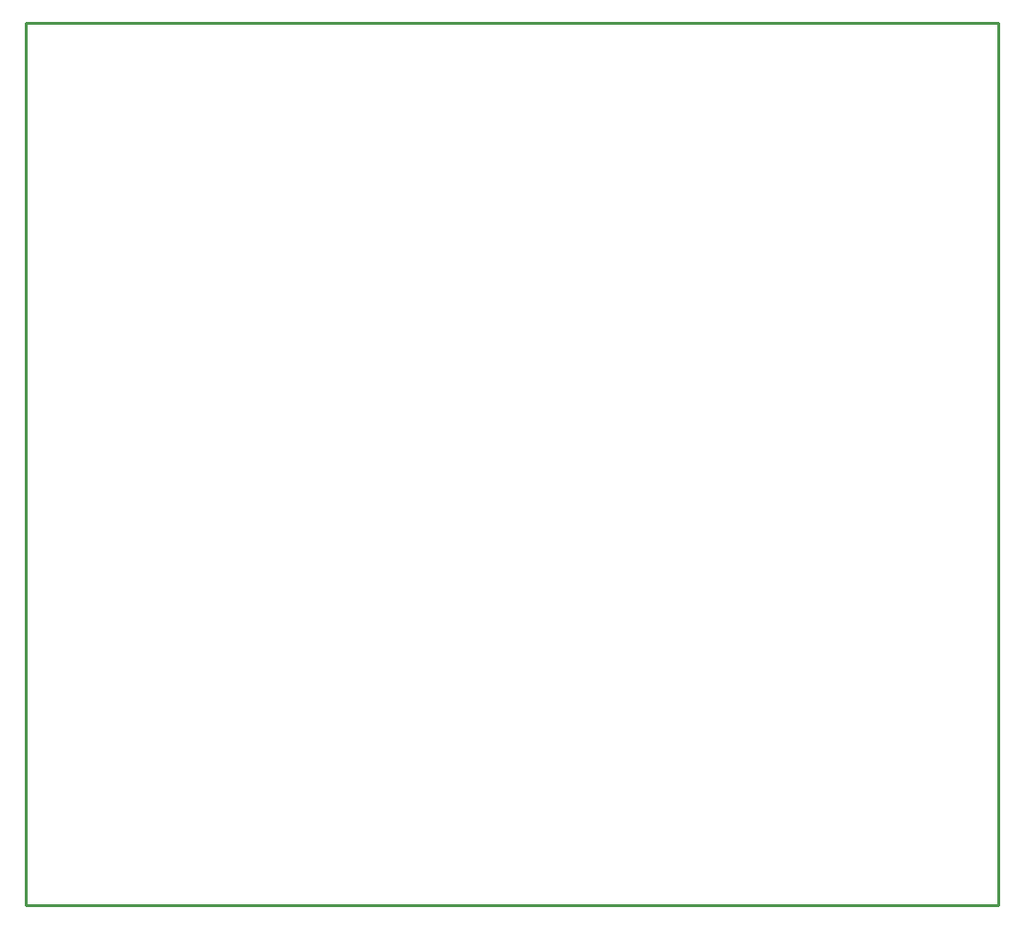
<source format=gbr>
G04 EAGLE Gerber RS-274X export*
G75*
%MOMM*%
%FSLAX34Y34*%
%LPD*%
%IN*%
%IPPOS*%
%AMOC8*
5,1,8,0,0,1.08239X$1,22.5*%
G01*
G04 Define Apertures*
%ADD10C,0.254000*%
D10*
X0Y0D02*
X863400Y0D01*
X863400Y784100D01*
X0Y784100D01*
X0Y0D01*
M02*

</source>
